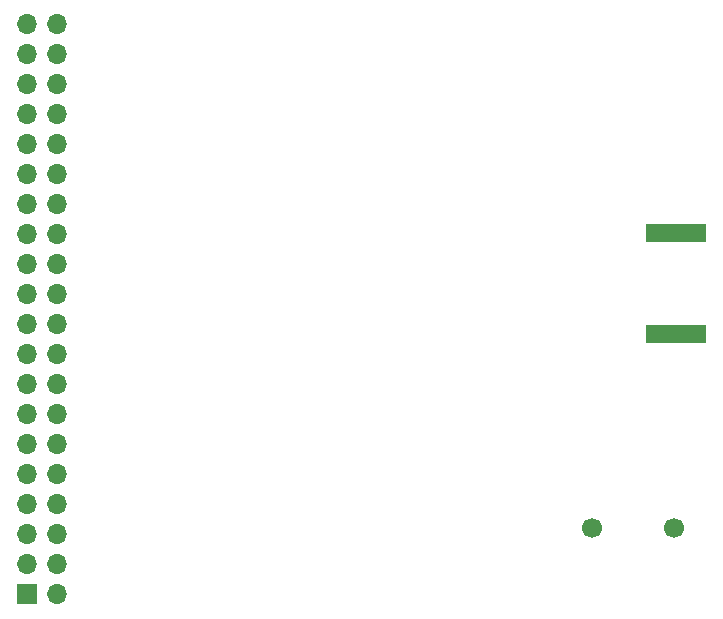
<source format=gbr>
%TF.GenerationSoftware,KiCad,Pcbnew,6.0.2+dfsg-1*%
%TF.CreationDate,2024-07-06T12:30:45+10:00*%
%TF.ProjectId,ulx3s_mixer,756c7833-735f-46d6-9978-65722e6b6963,rev?*%
%TF.SameCoordinates,Original*%
%TF.FileFunction,Soldermask,Bot*%
%TF.FilePolarity,Negative*%
%FSLAX46Y46*%
G04 Gerber Fmt 4.6, Leading zero omitted, Abs format (unit mm)*
G04 Created by KiCad (PCBNEW 6.0.2+dfsg-1) date 2024-07-06 12:30:45*
%MOMM*%
%LPD*%
G01*
G04 APERTURE LIST*
%ADD10C,1.700000*%
%ADD11R,5.080000X1.500000*%
%ADD12R,1.700000X1.700000*%
%ADD13O,1.700000X1.700000*%
G04 APERTURE END LIST*
D10*
%TO.C,J3*%
X145500000Y-98500000D03*
X152500000Y-98500000D03*
%TD*%
D11*
%TO.C,J2*%
X152637500Y-73555000D03*
X152637500Y-82055000D03*
%TD*%
D12*
%TO.C,J1*%
X97725000Y-104125000D03*
D13*
X100265000Y-104125000D03*
X97725000Y-101585000D03*
X100265000Y-101585000D03*
X97725000Y-99045000D03*
X100265000Y-99045000D03*
X97725000Y-96505000D03*
X100265000Y-96505000D03*
X97725000Y-93965000D03*
X100265000Y-93965000D03*
X97725000Y-91425000D03*
X100265000Y-91425000D03*
X97725000Y-88885000D03*
X100265000Y-88885000D03*
X97725000Y-86345000D03*
X100265000Y-86345000D03*
X97725000Y-83805000D03*
X100265000Y-83805000D03*
X97725000Y-81265000D03*
X100265000Y-81265000D03*
X97725000Y-78725000D03*
X100265000Y-78725000D03*
X97725000Y-76185000D03*
X100265000Y-76185000D03*
X97725000Y-73645000D03*
X100265000Y-73645000D03*
X97725000Y-71105000D03*
X100265000Y-71105000D03*
X97725000Y-68565000D03*
X100265000Y-68565000D03*
X97725000Y-66025000D03*
X100265000Y-66025000D03*
X97725000Y-63485000D03*
X100265000Y-63485000D03*
X97725000Y-60945000D03*
X100265000Y-60945000D03*
X97725000Y-58405000D03*
X100265000Y-58405000D03*
X97725000Y-55865000D03*
X100265000Y-55865000D03*
%TD*%
M02*

</source>
